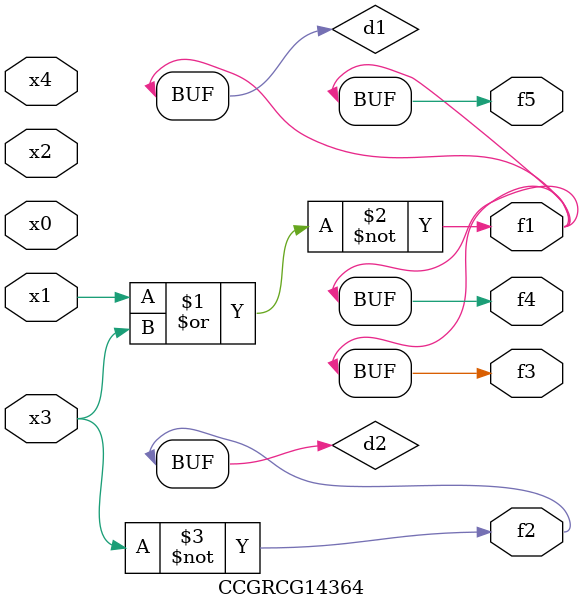
<source format=v>
module CCGRCG14364(
	input x0, x1, x2, x3, x4,
	output f1, f2, f3, f4, f5
);

	wire d1, d2;

	nor (d1, x1, x3);
	not (d2, x3);
	assign f1 = d1;
	assign f2 = d2;
	assign f3 = d1;
	assign f4 = d1;
	assign f5 = d1;
endmodule

</source>
